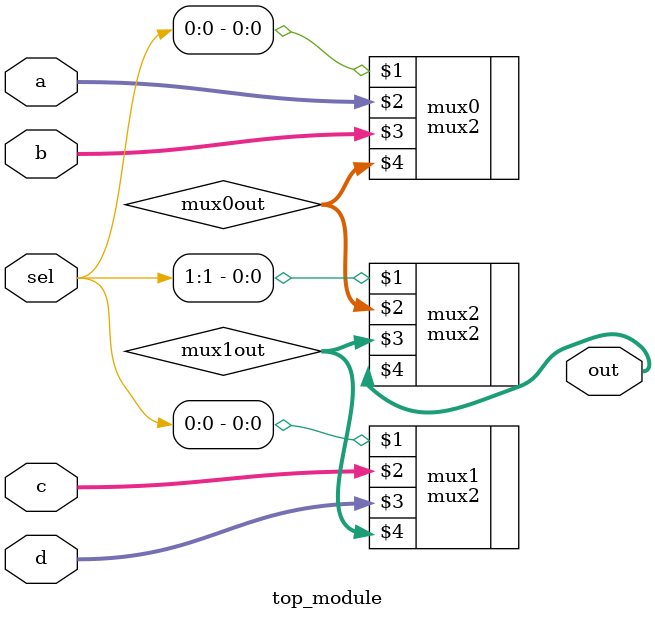
<source format=sv>
module top_module (
    input [1:0] sel,
    input [7:0] a,
    input [7:0] b,
    input [7:0] c,
    input [7:0] d,
    output [7:0] out  ); //

    wire [7:0] mux0out, mux1out;
    mux2 mux0 ( sel[0],    a,    b, mux0out );
    mux2 mux1 ( sel[0],    c,    d, mux1out );
    mux2 mux2 ( sel[1], mux0out, mux1out,  out );

endmodule

</source>
